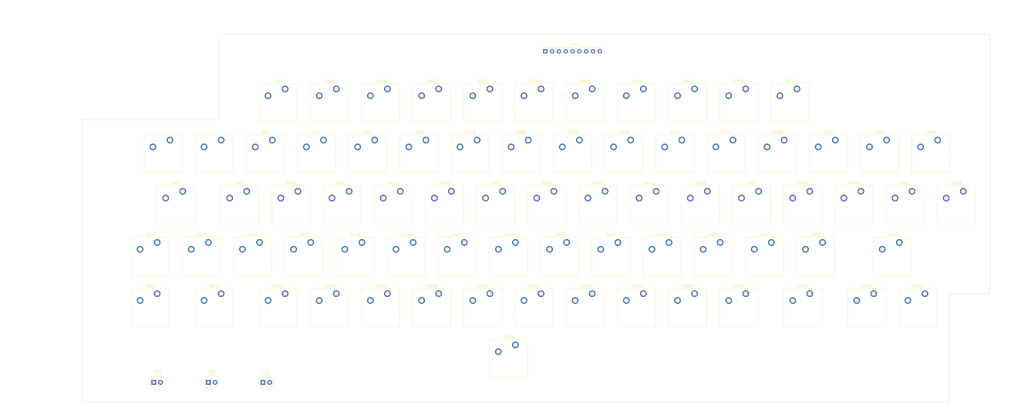
<source format=kicad_pcb>
(kicad_pcb (version 20211014) (generator pcbnew)
  (title_block (title "BBC MX Keyboard") (date "2023-06-24") (rev "0.1") (company "Dossytronics"))
  (layers (0 "F.Cu" signal) (31 "B.Cu" signal) (34 "B.Paste" user) (35 "F.Paste" user) (36 "B.SilkS" user "B.Silkscreen") (37 "F.SilkS" user "F.Silkscreen") (38 "B.Mask" user) (39 "F.Mask" user) (44 "Edge.Cuts" user))
  (net 0 "")
  (net 1 "VCC")
  (net 2 "/Key Matrix/KC_ROW0")
  (net 3 "/Key Matrix/KC_ROW1")
  (net 4 "/Key Matrix/KC_ROW2")
  (net 5 "/Key Matrix/KC_ROW3")
  (net 6 "/Key Matrix/KC_ROW4")
  (net 7 "/Key Matrix/KC_ROW5")
  (net 8 "/Key Matrix/KC_ROW6")
  (net 9 "/Key Matrix/KC_ROW7")
  (net 10 "/Key Matrix/KC_COL0")
  (net 11 "/Key Matrix/KC_COL1")
  (net 12 "/Key Matrix/KC_COL2")
  (net 13 "/Key Matrix/KC_COL3")
  (net 14 "/Key Matrix/KC_COL4")
  (net 15 "/Key Matrix/KC_COL5")
  (net 16 "/Key Matrix/KC_COL6")
  (net 17 "/Key Matrix/KC_COL7")
  (net 18 "/Key Matrix/KC_COL8")
  (net 19 "/Key Matrix/KC_COL9")
  (net 20 "Net-(D1-Pad2)")
  (net 21 "Net-(D2-Pad2)")
  (net 22 "GND")
  (net 23 "/~{RST}")
  (net 24 "Net-(LD1-Pad1)")
  (net 25 "Net-(LD2-Pad1)")
  (net 26 "Net-(LD3-Pad1)")
  (footprint "Switch_Keyboard_Cherry_MX:SW_Cherry_MX_PCB_1.00u" (layer "F.Cu") (at 104.775 158.75)
    (fp_text reference "SW2" (at 0 -8) (layer "F.SilkS"))
    (fp_text value "Q")
    (pad "" np_thru_hole circle locked (at 5.08 0) (size 1.75 1.75) (drill 1.75) (layers *.Cu *.Mask))
    (pad "" np_thru_hole circle locked (at -5.08 0) (size 1.75 1.75) (drill 1.75) (layers *.Cu *.Mask))
    (pad "" np_thru_hole circle locked (at 0 0) (size 4 4) (drill 4) (layers *.Cu *.Mask))
    (pad "1" thru_hole circle locked (at -3.81 -2.54) (size 2.5 2.5) (drill 1.5) (layers *.Cu *.Mask) (net 10 "/Key Matrix/KC_COL0"))
    (pad "2" thru_hole circle locked (at 2.54 -5.08) (size 2.5 2.5) (drill 1.5) (layers *.Cu *.Mask) (net 3 "/Key Matrix/KC_ROW1"))
  )
  (footprint "Switch_Keyboard_Cherry_MX:SW_Cherry_MX_PCB_1.00u" (layer "F.Cu") (at 257.175 158.75)
    (fp_text reference "SW46" (at 0 -8) (layer "F.SilkS"))
    (fp_text value "O")
    (pad "" np_thru_hole circle locked (at 0 0) (size 4 4) (drill 4) (layers *.Cu *.Mask))
    (pad "" np_thru_hole circle locked (at -5.08 0) (size 1.75 1.75) (drill 1.75) (layers *.Cu *.Mask))
    (pad "" np_thru_hole circle locked (at 5.08 0) (size 1.75 1.75) (drill 1.75) (layers *.Cu *.Mask))
    (pad "1" thru_hole circle locked (at -3.81 -2.54) (size 2.5 2.5) (drill 1.5) (layers *.Cu *.Mask) (net 16 "/Key Matrix/KC_COL6"))
    (pad "2" thru_hole circle locked (at 2.54 -5.08) (size 2.5 2.5) (drill 1.5) (layers *.Cu *.Mask) (net 5 "/Key Matrix/KC_ROW3"))
  )
  (footprint "Switch_Keyboard_Cherry_MX:SW_Cherry_MX_PCB_1.00u" (layer "F.Cu") (at 157.1625 196.85)
    (fp_text reference "SW20" (at 0 -8) (layer "F.SilkS"))
    (fp_text value "C")
    (pad "" np_thru_hole circle locked (at -5.08 0) (size 1.75 1.75) (drill 1.75) (layers *.Cu *.Mask))
    (pad "" np_thru_hole circle locked (at 0 0) (size 4 4) (drill 4) (layers *.Cu *.Mask))
    (pad "" np_thru_hole circle locked (at 5.08 0) (size 1.75 1.75) (drill 1.75) (layers *.Cu *.Mask))
    (pad "1" thru_hole circle locked (at -3.81 -2.54) (size 2.5 2.5) (drill 1.5) (layers *.Cu *.Mask) (net 12 "/Key Matrix/KC_COL2"))
    (pad "2" thru_hole circle locked (at 2.54 -5.08) (size 2.5 2.5) (drill 1.5) (layers *.Cu *.Mask) (net 7 "/Key Matrix/KC_ROW5"))
  )
  (footprint "Switch_Keyboard_Cherry_MX:SW_Cherry_MX_PCB_1.00u" (layer "F.Cu") (at 219.075 158.75)
    (fp_text reference "SW39" (at 0 -8) (layer "F.SilkS"))
    (fp_text value "U")
    (pad "" np_thru_hole circle locked (at 5.08 0) (size 1.75 1.75) (drill 1.75) (layers *.Cu *.Mask))
    (pad "" np_thru_hole circle locked (at -5.08 0) (size 1.75 1.75) (drill 1.75) (layers *.Cu *.Mask))
    (pad "" np_thru_hole circle locked (at 0 0) (size 4 4) (drill 4) (layers *.Cu *.Mask))
    (pad "1" thru_hole circle locked (at -3.81 -2.54) (size 2.5 2.5) (drill 1.5) (layers *.Cu *.Mask) (net 15 "/Key Matrix/KC_COL5"))
    (pad "2" thru_hole circle locked (at 2.54 -5.08) (size 2.5 2.5) (drill 1.5) (layers *.Cu *.Mask) (net 5 "/Key Matrix/KC_ROW3"))
  )
  (footprint "Switch_Keyboard_Cherry_MX:SW_Cherry_MX_PCB_1.00u" (layer "F.Cu") (at 195.2625 120.65)
    (fp_text reference "SW30" (at 0 -8) (layer "F.SilkS"))
    (fp_text value "F4")
    (pad "" np_thru_hole circle locked (at 5.08 0) (size 1.75 1.75) (drill 1.75) (layers *.Cu *.Mask))
    (pad "" np_thru_hole circle locked (at -5.08 0) (size 1.75 1.75) (drill 1.75) (layers *.Cu *.Mask))
    (pad "" np_thru_hole circle locked (at 0 0) (size 4 4) (drill 4) (layers *.Cu *.Mask))
    (pad "1" thru_hole circle locked (at -3.81 -2.54) (size 2.5 2.5) (drill 1.5) (layers *.Cu *.Mask) (net 14 "/Key Matrix/KC_COL4"))
    (pad "2" thru_hole circle locked (at 2.54 -5.08) (size 2.5 2.5) (drill 1.5) (layers *.Cu *.Mask) (net 3 "/Key Matrix/KC_ROW1"))
  )
  (footprint "Switch_Keyboard_Cherry_MX:SW_Cherry_MX_PCB_1.00u" (layer "F.Cu") (at 309.5625 120.65)
    (fp_text reference "SW75" (at 0 -8) (layer "F.SilkS"))
    (fp_text value "break")
    (pad "" np_thru_hole circle locked (at 5.08 0) (size 1.75 1.75) (drill 1.75) (layers *.Cu *.Mask))
    (pad "" np_thru_hole circle locked (at -5.08 0) (size 1.75 1.75) (drill 1.75) (layers *.Cu *.Mask))
    (pad "" np_thru_hole circle locked (at 0 0) (size 4 4) (drill 4) (layers *.Cu *.Mask))
    (pad "1" thru_hole circle locked (at -3.81 -2.54) (size 2.5 2.5) (drill 1.5) (layers *.Cu *.Mask) (net 22 "GND"))
    (pad "2" thru_hole circle locked (at 2.54 -5.08) (size 2.5 2.5) (drill 1.5) (layers *.Cu *.Mask) (net 23 "/~{RST}"))
  )
  (footprint "Switch_Keyboard_Cherry_MX:SW_Cherry_MX_PCB_1.00u" (layer "F.Cu") (at 138.1125 196.85)
    (fp_text reference "SW19" (at 0 -8) (layer "F.SilkS"))
    (fp_text value "X")
    (pad "" np_thru_hole circle locked (at 5.08 0) (size 1.75 1.75) (drill 1.75) (layers *.Cu *.Mask))
    (pad "" np_thru_hole circle locked (at -5.08 0) (size 1.75 1.75) (drill 1.75) (layers *.Cu *.Mask))
    (pad "" np_thru_hole circle locked (at 0 0) (size 4 4) (drill 4) (layers *.Cu *.Mask))
    (pad "1" thru_hole circle locked (at -3.81 -2.54) (size 2.5 2.5) (drill 1.5) (layers *.Cu *.Mask) (net 12 "/Key Matrix/KC_COL2"))
    (pad "2" thru_hole circle locked (at 2.54 -5.08) (size 2.5 2.5) (drill 1.5) (layers *.Cu *.Mask) (net 6 "/Key Matrix/KC_ROW4"))
  )
  (footprint "Switch_Keyboard_Cherry_MX:SW_Cherry_MX_PCB_1.00u" (layer "F.Cu") (at 71.4375 177.8)
    (fp_text reference "SW5" (at 0 -8) (layer "F.SilkS"))
    (fp_text value "caps lk")
    (pad "" np_thru_hole circle locked (at 0 0) (size 4 4) (drill 4) (layers *.Cu *.Mask))
    (pad "" np_thru_hole circle locked (at 5.08 0) (size 1.75 1.75) (drill 1.75) (layers *.Cu *.Mask))
    (pad "" np_thru_hole circle locked (at -5.08 0) (size 1.75 1.75) (drill 1.75) (layers *.Cu *.Mask))
    (pad "1" thru_hole circle locked (at -3.81 -2.54) (size 2.5 2.5) (drill 1.5) (layers *.Cu *.Mask) (net 10 "/Key Matrix/KC_COL0"))
    (pad "2" thru_hole circle locked (at 2.54 -5.08) (size 2.5 2.5) (drill 1.5) (layers *.Cu *.Mask) (net 6 "/Key Matrix/KC_ROW4"))
  )
  (footprint "Switch_Keyboard_Cherry_MX:SW_Cherry_MX_PCB_6.50u" (layer "F.Cu") (at 204.7875 215.9)
    (fp_text reference "SW21" (at 0 -8) (layer "F.SilkS"))
    (fp_text value "space")
    (pad "" np_thru_hole circle locked (at 5.08 0) (size 1.75 1.75) (drill 1.75) (layers *.Cu *.Mask))
    (pad "" np_thru_hole circle locked (at 0 0) (size 4 4) (drill 4) (layers *.Cu *.Mask))
    (pad "" np_thru_hole circle locked (at -5.08 0) (size 1.75 1.75) (drill 1.75) (layers *.Cu *.Mask))
    (pad "1" thru_hole circle locked (at -3.81 -2.54) (size 2.5 2.5) (drill 1.5) (layers *.Cu *.Mask) (net 12 "/Key Matrix/KC_COL2"))
    (pad "2" thru_hole circle locked (at 2.54 -5.08) (size 2.5 2.5) (drill 1.5) (layers *.Cu *.Mask) (net 8 "/Key Matrix/KC_ROW6"))
  )
  (footprint "Switch_Keyboard_Cherry_MX:SW_Cherry_MX_PCB_1.50u" (layer "F.Cu") (at 80.9625 158.75)
    (fp_text reference "SW7" (at 0 -8) (layer "F.SilkS"))
    (fp_text value "tab")
    (pad "" np_thru_hole circle locked (at 5.08 0) (size 1.75 1.75) (drill 1.75) (layers *.Cu *.Mask))
    (pad "" np_thru_hole circle locked (at -5.08 0) (size 1.75 1.75) (drill 1.75) (layers *.Cu *.Mask))
    (pad "" np_thru_hole circle locked (at 0 0) (size 4 4) (drill 4) (layers *.Cu *.Mask))
    (pad "1" thru_hole circle locked (at -3.81 -2.54) (size 2.5 2.5) (drill 1.5) (layers *.Cu *.Mask) (net 10 "/Key Matrix/KC_COL0"))
    (pad "2" thru_hole circle locked (at 2.54 -5.08) (size 2.5 2.5) (drill 1.5) (layers *.Cu *.Mask) (net 8 "/Key Matrix/KC_ROW6"))
  )
  (footprint "Switch_Keyboard_Cherry_MX:SW_Cherry_MX_PCB_1.00u" (layer "F.Cu") (at 261.9375 177.8)
    (fp_text reference "SW48" (at 0 -8) (layer "F.SilkS"))
    (fp_text value "L")
    (pad "" np_thru_hole circle locked (at -5.08 0) (size 1.75 1.75) (drill 1.75) (layers *.Cu *.Mask))
    (pad "" np_thru_hole circle locked (at 5.08 0) (size 1.75 1.75) (drill 1.75) (layers *.Cu *.Mask))
    (pad "" np_thru_hole circle locked (at 0 0) (size 4 4) (drill 4) (layers *.Cu *.Mask))
    (pad "1" thru_hole circle locked (at -3.81 -2.54) (size 2.5 2.5) (drill 1.5) (layers *.Cu *.Mask) (net 16 "/Key Matrix/KC_COL6"))
    (pad "2" thru_hole circle locked (at 2.54 -5.08) (size 2.5 2.5) (drill 1.5) (layers *.Cu *.Mask) (net 7 "/Key Matrix/KC_ROW5"))
  )
  (footprint "Switch_Keyboard_Cherry_MX:SW_Cherry_MX_PCB_1.00u" (layer "F.Cu") (at 233.3625 196.85)
    (fp_text reference "SW42" (at 0 -8) (layer "F.SilkS"))
    (fp_text value "M")
    (pad "" np_thru_hole circle locked (at -5.08 0) (size 1.75 1.75) (drill 1.75) (layers *.Cu *.Mask))
    (pad "" np_thru_hole circle locked (at 0 0) (size 4 4) (drill 4) (layers *.Cu *.Mask))
    (pad "" np_thru_hole circle locked (at 5.08 0) (size 1.75 1.75) (drill 1.75) (layers *.Cu *.Mask))
    (pad "1" thru_hole circle locked (at -3.81 -2.54) (size 2.5 2.5) (drill 1.5) (layers *.Cu *.Mask) (net 15 "/Key Matrix/KC_COL5"))
    (pad "2" thru_hole circle locked (at 2.54 -5.08) (size 2.5 2.5) (drill 1.5) (layers *.Cu *.Mask) (net 8 "/Key Matrix/KC_ROW6"))
  )
  (footprint "Switch_Keyboard_Cherry_MX:SW_Cherry_MX_PCB_1.00u" (layer "F.Cu") (at 109.5375 177.8)
    (fp_text reference "SW12" (at 0 -8) (layer "F.SilkS"))
    (fp_text value "A")
    (pad "" np_thru_hole circle locked (at 0 0) (size 4 4) (drill 4) (layers *.Cu *.Mask))
    (pad "" np_thru_hole circle locked (at -5.08 0) (size 1.75 1.75) (drill 1.75) (layers *.Cu *.Mask))
    (pad "" np_thru_hole circle locked (at 5.08 0) (size 1.75 1.75) (drill 1.75) (layers *.Cu *.Mask))
    (pad "1" thru_hole circle locked (at -3.81 -2.54) (size 2.5 2.5) (drill 1.5) (layers *.Cu *.Mask) (net 11 "/Key Matrix/KC_COL1"))
    (pad "2" thru_hole circle locked (at 2.54 -5.08) (size 2.5 2.5) (drill 1.5) (layers *.Cu *.Mask) (net 6 "/Key Matrix/KC_ROW4"))
  )
  (footprint "Switch_Keyboard_Cherry_MX:SW_Cherry_MX_PCB_1.00u" (layer "F.Cu") (at 223.8375 177.8)
    (fp_text reference "SW40" (at 0 -8) (layer "F.SilkS"))
    (fp_text value "J")
    (pad "" np_thru_hole circle locked (at 5.08 0) (size 1.75 1.75) (drill 1.75) (layers *.Cu *.Mask))
    (pad "" np_thru_hole circle locked (at 0 0) (size 4 4) (drill 4) (layers *.Cu *.Mask))
    (pad "" np_thru_hole circle locked (at -5.08 0) (size 1.75 1.75) (drill 1.75) (layers *.Cu *.Mask))
    (pad "1" thru_hole circle locked (at -3.81 -2.54) (size 2.5 2.5) (drill 1.5) (layers *.Cu *.Mask) (net 15 "/Key Matrix/KC_COL5"))
    (pad "2" thru_hole circle locked (at 2.54 -5.08) (size 2.5 2.5) (drill 1.5) (layers *.Cu *.Mask) (net 6 "/Key Matrix/KC_ROW4"))
  )
  (footprint "Switch_Keyboard_Cherry_MX:SW_Cherry_MX_PCB_1.00u" (layer "F.Cu") (at 190.5 139.7)
    (fp_text reference "SW32" (at 38.1 -8) (layer "F.SilkS"))
    (fp_text value "6")
    (pad "" np_thru_hole circle locked (at 5.08 0) (size 1.75 1.75) (drill 1.75) (layers *.Cu *.Mask))
    (pad "" np_thru_hole circle locked (at 0 0) (size 4 4) (drill 4) (layers *.Cu *.Mask))
    (pad "" np_thru_hole circle locked (at -5.08 0) (size 1.75 1.75) (drill 1.75) (layers *.Cu *.Mask))
    (pad "1" thru_hole circle locked (at -3.81 -2.54) (size 2.5 2.5) (drill 1.5) (layers *.Cu *.Mask) (net 14 "/Key Matrix/KC_COL4"))
    (pad "2" thru_hole circle locked (at 2.54 -5.08) (size 2.5 2.5) (drill 1.5) (layers *.Cu *.Mask) (net 5 "/Key Matrix/KC_ROW3"))
  )
  (footprint "Switch_Keyboard_Cherry_MX:SW_Cherry_MX_PCB_1.00u" (layer "F.Cu") (at 300.0375 177.8)
    (fp_text reference "SW61" (at 0 -8) (layer "F.SilkS"))
    (fp_text value "*:")
    (pad "" np_thru_hole circle locked (at -5.08 0) (size 1.75 1.75) (drill 1.75) (layers *.Cu *.Mask))
    (pad "" np_thru_hole circle locked (at 0 0) (size 4 4) (drill 4) (layers *.Cu *.Mask))
    (pad "" np_thru_hole circle locked (at 5.08 0) (size 1.75 1.75) (drill 1.75) (layers *.Cu *.Mask))
    (pad "1" thru_hole circle locked (at -3.81 -2.54) (size 2.5 2.5) (drill 1.5) (layers *.Cu *.Mask) (net 18 "/Key Matrix/KC_COL8"))
    (pad "2" thru_hole circle locked (at 2.54 -5.08) (size 2.5 2.5) (drill 1.5) (layers *.Cu *.Mask) (net 6 "/Key Matrix/KC_ROW4"))
  )
  (footprint "Switch_Keyboard_Cherry_MX:SW_Cherry_MX_PCB_1.00u" (layer "F.Cu") (at 214.3125 120.65)
    (fp_text reference "SW29" (at 0 -8) (layer "F.SilkS"))
    (fp_text value "f5")
    (pad "" np_thru_hole circle locked (at 5.08 0) (size 1.75 1.75) (drill 1.75) (layers *.Cu *.Mask))
    (pad "" np_thru_hole circle locked (at -5.08 0) (size 1.75 1.75) (drill 1.75) (layers *.Cu *.Mask))
    (pad "" np_thru_hole circle locked (at 0 0) (size 4 4) (drill 4) (layers *.Cu *.Mask))
    (pad "1" thru_hole circle locked (at -3.81 -2.54) (size 2.5 2.5) (drill 1.5) (layers *.Cu *.Mask) (net 14 "/Key Matrix/KC_COL4"))
    (pad "2" thru_hole circle locked (at 2.54 -5.08) (size 2.5 2.5) (drill 1.5) (layers *.Cu *.Mask) (net 9 "/Key Matrix/KC_ROW7"))
  )
  (footprint "Switch_Keyboard_Cherry_MX:SW_Cherry_MX_PCB_1.00u" (layer "F.Cu") (at 285.75 139.7)
    (fp_text reference "SW51" (at 0 -8) (layer "F.SilkS"))
    (fp_text value "=-")
    (pad "" np_thru_hole circle locked (at 0 0) (size 4 4) (drill 4) (layers *.Cu *.Mask))
    (pad "" np_thru_hole circle locked (at 5.08 0) (size 1.75 1.75) (drill 1.75) (layers *.Cu *.Mask))
    (pad "" np_thru_hole circle locked (at -5.08 0) (size 1.75 1.75) (drill 1.75) (layers *.Cu *.Mask))
    (pad "1" thru_hole circle locked (at -3.81 -2.54) (size 2.5 2.5) (drill 1.5) (layers *.Cu *.Mask) (net 17 "/Key Matrix/KC_COL7"))
    (pad "2" thru_hole circle locked (at 2.54 -5.08) (size 2.5 2.5) (drill 1.5) (layers *.Cu *.Mask) (net 3 "/Key Matrix/KC_ROW1"))
  )
  (footprint "Switch_Keyboard_Cherry_MX:SW_Cherry_MX_PCB_1.00u" (layer "F.Cu") (at 280.9875 177.8)
    (fp_text reference "SW55" (at 0 -8) (layer "F.SilkS"))
    (fp_text value ";+")
    (pad "" np_thru_hole circle locked (at -5.08 0) (size 1.75 1.75) (drill 1.75) (layers *.Cu *.Mask))
    (pad "" np_thru_hole circle locked (at 5.08 0) (size 1.75 1.75) (drill 1.75) (layers *.Cu *.Mask))
    (pad "" np_thru_hole circle locked (at 0 0) (size 4 4) (drill 4) (layers *.Cu *.Mask))
    (pad "1" thru_hole circle locked (at -3.81 -2.54) (size 2.5 2.5) (drill 1.5) (layers *.Cu *.Mask) (net 17 "/Key Matrix/KC_COL7"))
    (pad "2" thru_hole circle locked (at 2.54 -5.08) (size 2.5 2.5) (drill 1.5) (layers *.Cu *.Mask) (net 7 "/Key Matrix/KC_ROW5"))
  )
  (footprint "Switch_Keyboard_Cherry_MX:SW_Cherry_MX_PCB_1.00u" (layer "F.Cu") (at 242.8875 177.8)
    (fp_text reference "SW47" (at 0 -8) (layer "F.SilkS"))
    (fp_text value "K")
    (pad "" np_thru_hole circle locked (at 0 0) (size 4 4) (drill 4) (layers *.Cu *.Mask))
    (pad "" np_thru_hole circle locked (at -5.08 0) (size 1.75 1.75) (drill 1.75) (layers *.Cu *.Mask))
    (pad "" np_thru_hole circle locked (at 5.08 0) (size 1.75 1.75) (drill 1.75) (layers *.Cu *.Mask))
    (pad "1" thru_hole circle locked (at -3.81 -2.54) (size 2.5 2.5) (drill 1.5) (layers *.Cu *.Mask) (net 16 "/Key Matrix/KC_COL6"))
    (pad "2" thru_hole circle locked (at 2.54 -5.08) (size 2.5 2.5) (drill 1.5) (layers *.Cu *.Mask) (net 6 "/Key Matrix/KC_ROW4"))
  )
  (footprint "Switch_Keyboard_Cherry_MX:SW_Cherry_MX_PCB_1.00u" (layer "F.Cu") (at 290.5125 120.65)
    (fp_text reference "SW50" (at 0 -8) (layer "F.SilkS"))
    (fp_text value "f9")
    (pad "" np_thru_hole circle locked (at -5.08 0) (size 1.75 1.75) (drill 1.75) (layers *.Cu *.Mask))
    (pad "" np_thru_hole circle locked (at 5.08 0) (size 1.75 1.75) (drill 1.75) (layers *.Cu *.Mask))
    (pad "" np_thru_hole circle locked (at 0 0) (size 4 4) (drill 4) (layers *.Cu *.Mask))
    (pad "1" thru_hole circle locked (at -3.81 -2.54) (size 2.5 2.5) (drill 1.5) (layers *.Cu *.Mask) (net 17 "/Key Matrix/KC_COL7"))
    (pad "2" thru_hole circle locked (at 2.54 -5.08) (size 2.5 2.5) (drill 1.5) (layers *.Cu *.Mask) (net 9 "/Key Matrix/KC_ROW7"))
  )
  (footprint "Switch_Keyboard_Cherry_MX:SW_Cherry_MX_PCB_1.00u" (layer "F.Cu") (at 95.25 139.7)
    (fp_text reference "SW4" (at 38.1 -8) (layer "F.SilkS"))
    (fp_text value "1")
    (pad "" np_thru_hole circle locked (at 0 0) (size 4 4) (drill 4) (layers *.Cu *.Mask))
    (pad "" np_thru_hole circle locked (at -5.08 0) (size 1.75 1.75) (drill 1.75) (layers *.Cu *.Mask))
    (pad "" np_thru_hole circle locked (at 5.08 0) (size 1.75 1.75) (drill 1.75) (layers *.Cu *.Mask))
    (pad "1" thru_hole circle locked (at -3.81 -2.54) (size 2.5 2.5) (drill 1.5) (layers *.Cu *.Mask) (net 10 "/Key Matrix/KC_COL0"))
    (pad "2" thru_hole circle locked (at 2.54 -5.08) (size 2.5 2.5) (drill 1.5) (layers *.Cu *.Mask) (net 5 "/Key Matrix/KC_ROW3"))
  )
  (footprint "Switch_Keyboard_Cherry_MX:SW_Cherry_MX_PCB_1.00u" (layer "F.Cu") (at 352.425 158.75)
    (fp_text reference "SW67" (at 0 -8) (layer "F.SilkS"))
    (fp_text value "up")
    (pad "" np_thru_hole circle locked (at -5.08 0) (size 1.75 1.75) (drill 1.75) (layers *.Cu *.Mask))
    (pad "" np_thru_hole circle locked (at 0 0) (size 4 4) (drill 4) (layers *.Cu *.Mask))
    (pad "" np_thru_hole circle locked (at 5.08 0) (size 1.75 1.75) (drill 1.75) (layers *.Cu *.Mask))
    (pad "1" thru_hole circle locked (at -3.81 -2.54) (size 2.5 2.5) (drill 1.5) (layers *.Cu *.Mask) (net 19 "/Key Matrix/KC_COL9"))
    (pad "2" thru_hole circle locked (at 2.54 -5.08) (size 2.5 2.5) (drill 1.5) (layers *.Cu *.Mask) (net 5 "/Key Matrix/KC_ROW3"))
  )
  (footprint "Switch_Keyboard_Cherry_MX:SW_Cherry_MX_PCB_1.50u" (layer "F.Cu") (at 95.25 196.85)
    (fp_text reference "SW72" (at 0 -8) (layer "F.SilkS"))
    (fp_text value "shift")
    (pad "" np_thru_hole circle locked (at 0 0) (size 4 4) (drill 4) (layers *.Cu *.Mask))
    (pad "" np_thru_hole circle locked (at 5.08 0) (size 1.75 1.75) (drill 1.75) (layers *.Cu *.Mask))
    (pad "" np_thru_hole circle locked (at -5.08 0) (size 1.75 1.75) (drill 1.75) (layers *.Cu *.Mask))
    (pad "1" thru_hole circle locked (at -3.81 -2.54) (size 2.5 2.5) (drill 1.5) (layers *.Cu *.Mask) (net 20 "Net-(D1-Pad2)"))
    (pad "2" thru_hole circle locked (at 2.54 -5.08) (size 2.5 2.5) (drill 1.5) (layers *.Cu *.Mask) (net 2 "/Key Matrix/KC_ROW0"))
  )
  (footprint "Switch_Keyboard_Cherry_MX:SW_Cherry_MX_PCB_1.00u" (layer "F.Cu") (at 176.2125 196.85)
    (fp_text reference "SW28" (at 0 -8) (layer "F.SilkS"))
    (fp_text value "V")
    (pad "" np_thru_hole circle locked (at 0 0) (size 4 4) (drill 4) (layers *.Cu *.Mask))
    (pad "" np_thru_hole circle locked (at 5.08 0) (size 1.75 1.75) (drill 1.75) (layers *.Cu *.Mask))
    (pad "" np_thru_hole circle locked (at -5.08 0) (size 1.75 1.75) (drill 1.75) (layers *.Cu *.Mask))
    (pad "1" thru_hole circle locked (at -3.81 -2.54) (size 2.5 2.5) (drill 1.5) (layers *.Cu *.Mask) (net 13 "/Key Matrix/KC_COL3"))
    (pad "2" thru_hole circle locked (at 2.54 -5.08) (size 2.5 2.5) (drill 1.5) (layers *.Cu *.Mask) (net 8 "/Key Matrix/KC_ROW6"))
  )
  (footprint "Switch_Keyboard_Cherry_MX:SW_Cherry_MX_PCB_1.00u" (layer "F.Cu") (at 157.1625 120.65)
    (fp_text reference "SW15" (at 0 -8) (layer "F.SilkS"))
    (fp_text value "f2")
    (pad "" np_thru_hole circle locked (at 0 0) (size 4 4) (drill 4) (layers *.Cu *.Mask))
    (pad "" np_thru_hole circle locked (at 5.08 0) (size 1.75 1.75) (drill 1.75) (layers *.Cu *.Mask))
    (pad "" np_thru_hole circle locked (at -5.08 0) (size 1.75 1.75) (drill 1.75) (layers *.Cu *.Mask))
    (pad "1" thru_hole circle locked (at -3.81 -2.54) (size 2.5 2.5) (drill 1.5) (layers *.Cu *.Mask) (net 12 "/Key Matrix/KC_COL2"))
    (pad "2" thru_hole circle locked (at 2.54 -5.08) (size 2.5 2.5) (drill 1.5) (layers *.Cu *.Mask) (net 9 "/Key Matrix/KC_ROW7"))
  )
  (footprint "Switch_Keyboard_Cherry_MX:SW_Cherry_MX_PCB_1.00u" (layer "F.Cu") (at 214.3125 196.85)
    (fp_text reference "SW41" (at 0 -8) (layer "F.SilkS"))
    (fp_text value "N")
    (pad "" np_thru_hole circle locked (at -5.08 0) (size 1.75 1.75) (drill 1.75) (layers *.Cu *.Mask))
    (pad "" np_thru_hole circle locked (at 0 0) (size 4 4) (drill 4) (layers *.Cu *.Mask))
    (pad "" np_thru_hole circle locked (at 5.08 0) (size 1.75 1.75) (drill 1.75) (layers *.Cu *.Mask))
    (pad "1" thru_hole circle locked (at -3.81 -2.54) (size 2.5 2.5) (drill 1.5) (layers *.Cu *.Mask) (net 15 "/Key Matrix/KC_COL5"))
    (pad "2" thru_hole circle locked (at 2.54 -5.08) (size 2.5 2.5) (drill 1.5) (layers *.Cu *.Mask) (net 7 "/Key Matrix/KC_ROW5"))
  )
  (footprint "Switch_Keyboard_Cherry_MX:SW_Cherry_MX_PCB_1.00u" (layer "F.Cu") (at 166.6875 177.8)
    (fp_text reference "SW26" (at 0 -8) (layer "F.SilkS"))
    (fp_text value "F")
    (pad "" np_thru_hole circle locked (at 0 0) (size 4 4) (drill 4) (layers *.Cu *.Mask))
    (pad "" np_thru_hole circle locked (at -5.08 0) (size 1.75 1.75) (drill 1.75) (layers *.Cu *.Mask))
    (pad "" np_thru_hole circle locked (at 5.08 0) (size 1.75 1.75) (drill 1.75) (layers *.Cu *.Mask))
    (pad "1" thru_hole circle locked (at -3.81 -2.54) (size 2.5 2.5) (drill 1.5) (layers *.Cu *.Mask) (net 13 "/Key Matrix/KC_COL3"))
    (pad "2" thru_hole circle locked (at 2.54 -5.08) (size 2.5 2.5) (drill 1.5) (layers *.Cu *.Mask) (net 6 "/Key Matrix/KC_ROW4"))
  )
  (footprint "Switch_Keyboard_Cherry_MX:SW_Cherry_MX_PCB_1.00u" (layer "F.Cu") (at 247.65 139.7)
    (fp_text reference "SW38" (at 0 -8) (layer "F.SilkS"))
    (fp_text value "9")
    (pad "" np_thru_hole circle locked (at -5.08 0) (size 1.75 1.75) (drill 1.75) (layers *.Cu *.Mask))
    (pad "" np_thru_hole circle locked (at 0 0) (size 4 4) (drill 4) (layers *.Cu *.Mask))
    (pad "" np_thru_hole circle locked (at 5.08 0) (size 1.75 1.75) (drill 1.75) (layers *.Cu *.Mask))
    (pad "1" thru_hole circle locked (at -3.81 -2.54) (size 2.5 2.5) (drill 1.5) (layers *.Cu *.Mask) (net 15 "/Key Matrix/KC_COL5"))
    (pad "2" thru_hole circle locked (at 2.54 -5.08) (size 2.5 2.5) (drill 1.5) (layers *.Cu *.Mask) (net 4 "/Key Matrix/KC_ROW2"))
  )
  (footprint "Switch_Keyboard_Cherry_MX:SW_Cherry_MX_PCB_1.00u" (layer "F.Cu") (at 233.3625 120.65)
    (fp_text reference "SW36" (at 0 -8) (layer "F.SilkS"))
    (fp_text value "f6")
    (pad "" np_thru_hole circle locked (at -5.08 0) (size 1.75 1.75) (drill 1.75) (layers *.Cu *.Mask))
    (pad "" np_thru_hole circle locked (at 5.08 0) (size 1.75 1.75) (drill 1.75) (layers *.Cu *.Mask))
    (pad "" np_thru_hole circle locked (at 0 0) (size 4 4) (drill 4) (layers *.Cu *.Mask))
    (pad "1" thru_hole circle locked (at -3.81 -2.54) (size 2.5 2.5) (drill 1.5) (layers *.Cu *.Mask) (net 15 "/Key Matrix/KC_COL5"))
    (pad "2" thru_hole circle locked (at 2.54 -5.08) (size 2.5 2.5) (drill 1.5) (layers *.Cu *.Mask) (net 9 "/Key Matrix/KC_ROW7"))
  )
  (footprint "Switch_Keyboard_Cherry_MX:SW_Cherry_MX_PCB_1.00u" (layer "F.Cu") (at 133.35 139.7)
    (fp_text reference "SW9" (at 38.1 -8) (layer "F.SilkS"))
    (fp_text value "3")
    (pad "" np_thru_hole circle locked (at 5.08 0) (size 1.75 1.75) (drill 1.75) (layers *.Cu *.Mask))
    (pad "" np_thru_hole circle locked (at 0 0) (size 4 4) (drill 4) (layers *.Cu *.Mask))
    (pad "" np_thru_hole circle locked (at -5.08 0) (size 1.75 1.75) (drill 1.75) (layers *.Cu *.Mask))
    (pad "1" thru_hole circle locked (at -3.81 -2.54) (size 2.5 2.5) (drill 1.5) (layers *.Cu *.Mask) (net 11 "/Key Matrix/KC_COL1"))
    (pad "2" thru_hole circle locked (at 2.54 -5.08) (size 2.5 2.5) (drill 1.5) (layers *.Cu *.Mask) (net 3 "/Key Matrix/KC_ROW1"))
  )
  (footprint "Switch_Keyboard_Cherry_MX:SW_Cherry_MX_PCB_1.00u" (layer "F.Cu") (at 161.925 158.75)
    (fp_text reference "SW25" (at 0 -8) (layer "F.SilkS"))
    (fp_text value "R")
    (pad "" np_thru_hole circle locked (at -5.08 0) (size 1.75 1.75) (drill 1.75) (layers *.Cu *.Mask))
    (pad "" np_thru_hole circle locked (at 0 0) (size 4 4) (drill 4) (layers *.Cu *.Mask))
    (pad "" np_thru_hole circle locked (at 5.08 0) (size 1.75 1.75) (drill 1.75) (layers *.Cu *.Mask))
    (pad "1" thru_hole circle locked (at -3.81 -2.54) (size 2.5 2.5) (drill 1.5) (layers *.Cu *.Mask) (net 13 "/Key Matrix/KC_COL3"))
    (pad "2" thru_hole circle locked (at 2.54 -5.08) (size 2.5 2.5) (drill 1.5) (layers *.Cu *.Mask) (net 5 "/Key Matrix/KC_ROW3"))
  )
  (footprint "Switch_Keyboard_Cherry_MX:SW_Cherry_MX_PCB_1.00u" (layer "F.Cu") (at 323.85 139.7)
    (fp_text reference "SW57" (at 0 -8) (layer "F.SilkS"))
    (fp_text value "\\|")
    (pad "" np_thru_hole circle locked (at 5.08 0) (size 1.75 1.75) (drill 1.75) (layers *.Cu *.Mask))
    (pad "" np_thru_hole circle locked (at 0 0) (size 4 4) (drill 4) (layers *.Cu *.Mask))
    (pad "" np_thru_hole circle locked (at -5.08 0) (size 1.75 1.75) (drill 1.75) (layers *.Cu *.Mask))
    (pad "1" thru_hole circle locked (at -3.81 -2.54) (size 2.5 2.5) (drill 1.5) (layers *.Cu *.Mask) (net 18 "/Key Matrix/KC_COL8"))
    (pad "2" thru_hole circle locked (at 2.54 -5.08) (size 2.5 2.5) (drill 1.5) (layers *.Cu *.Mask) (net 9 "/Key Matrix/KC_ROW7"))
  )
  (footprint "Switch_Keyboard_Cherry_MX:SW_Cherry_MX_PCB_1.00u" (layer "F.Cu") (at 123.825 158.75)
    (fp_text reference "SW10" (at 0 -8) (layer "F.SilkS"))
    (fp_text value "W")
    (pad "" np_thru_hole circle locked (at 5.08 0) (size 1.75 1.75) (drill 1.75) (layers *.Cu *.Mask))
    (pad "" np_thru_hole circle locked (at 0 0) (size 4 4) (drill 4) (layers *.Cu *.Mask))
    (pad "" np_thru_hole circle locked (at -5.08 0) (size 1.75 1.75) (drill 1.75) (layers *.Cu *.Mask))
    (pad "1" thru_hole circle locked (at -3.81 -2.54) (size 2.5 2.5) (drill 1.5) (layers *.Cu *.Mask) (net 11 "/Key Matrix/KC_COL1"))
    (pad "2" thru_hole circle locked (at 2.54 -5.08) (size 2.5 2.5) (drill 1.5) (layers *.Cu *.Mask) (net 4 "/Key Matrix/KC_ROW2"))
  )
  (footprint "Switch_Keyboard_Cherry_MX:SW_Cherry_MX_PCB_1.00u" (layer "F.Cu") (at 338.1375 196.85)
    (fp_text reference "SW69" (at 0 -8) (layer "F.SilkS"))
    (fp_text value "delete")
    (pad "" np_thru_hole circle locked (at 5.08 0) (size 1.75 1.75) (drill 1.75) (layers *.Cu *.Mask))
    (pad "" np_thru_hole circle locked (at -5.08 0) (size 1.75 1.75) (drill 1.75) (layers *.Cu *.Mask))
    (pad "" np_thru_hole circle locked (at 0 0) (size 4 4) (drill 4) (layers *.Cu *.Mask))
    (pad "1" thru_hole circle locked (at -3.81 -2.54) (size 2.5 2.5) (drill 1.5) (layers *.Cu *.Mask) (net 19 "/Key Matrix/KC_COL9"))
    (pad "2" thru_hole circle locked (at 2.54 -5.08) (size 2.5 2.5) (drill 1.5) (layers *.Cu *.Mask) (net 7 "/Key Matrix/KC_ROW5"))
  )
  (footprint "Switch_Keyboard_Cherry_MX:SW_Cherry_MX_PCB_1.00u" (layer "F.Cu") (at 128.5875 177.8)
    (fp_text reference "SW13" (at 0 -8) (layer "F.SilkS"))
    (fp_text value "S")
    (pad "" np_thru_hole circle locked (at 5.08 0) (size 1.75 1.75) (drill 1.75) (layers *.Cu *.Mask))
    (pad "" np_thru_hole circle locked (at 0 0) (size 4 4) (drill 4) (layers *.Cu *.Mask))
    (pad "" np_thru_hole circle locked (at -5.08 0) (size 1.75 1.75) (drill 1.75) (layers *.Cu *.Mask))
    (pad "1" thru_hole circle locked (at -3.81 -2.54) (size 2.5 2.5) (drill 1.5) (layers *.Cu *.Mask) (net 11 "/Key Matrix/KC_COL1"))
    (pad "2" thru_hole circle locked (at 2.54 -5.08) (size 2.5 2.5) (drill 1.5) (layers *.Cu *.Mask) (net 7 "/Key Matrix/KC_ROW5"))
  )
  (footprint "Switch_Keyboard_Cherry_MX:SW_Cherry_MX_PCB_1.00u" (layer "F.Cu") (at 71.4375 196.85)
    (fp_text reference "SW6" (at 0 -8) (layer "F.SilkS"))
    (fp_text value "shift lk")
    (pad "" np_thru_hole circle locked (at 0 0) (size 4 4) (drill 4) (layers *.Cu *.Mask))
    (pad "" np_thru_hole circle locked (at -5.08 0) (size 1.75 1.75) (drill 1.75) (layers *.Cu *.Mask))
    (pad "" np_thru_hole circle locked (at 5.08 0) (size 1.75 1.75) (drill 1.75) (layers *.Cu *.Mask))
    (pad "1" thru_hole circle locked (at -3.81 -2.54) (size 2.5 2.5) (drill 1.5) (layers *.Cu *.Mask) (net 10 "/Key Matrix/KC_COL0"))
    (pad "2" thru_hole circle locked (at 2.54 -5.08) (size 2.5 2.5) (drill 1.5) (layers *.Cu *.Mask) (net 7 "/Key Matrix/KC_ROW5"))
  )
  (footprint "Switch_Keyboard_Cherry_MX:SW_Cherry_MX_PCB_1.00u" (layer "F.Cu") (at 333.375 158.75)
    (fp_text reference "SW59" (at 0 -8) (layer "F.SilkS"))
    (fp_text value "_£")
    (pad "" np_thru_hole circle locked (at -5.08 0) (size 1.75 1.75) (drill 1.75) (layers *.Cu *.Mask))
    (pad "" np_thru_hole circle locked (at 0 0) (size 4 4) (drill 4) (layers *.Cu *.Mask))
    (pad "" np_thru_hole circle locked (at 5.08 0) (size 1.75 1.75) (drill 1.75) (layers *.Cu *.Mask))
    (pad "1" thru_hole circle locked (at -3.81 -2.54) (size 2.5 2.5) (drill 1.5) (layers *.Cu *.Mask) (net 18 "/Key Matrix/KC_COL8"))
    (pad "2" thru_hole circle locked (at 2.54 -5.08) (size 2.5 2.5) (drill 1.5) (layers *.Cu *.Mask) (net 4 "/Key Matrix/KC_ROW2"))
  )
  (footprint "Switch_Keyboard_Cherry_MX:SW_Cherry_MX_PCB_1.00u" (layer "F.Cu") (at 200.025 158.75)
    (fp_text reference "SW33" (at 0 -8) (layer "F.SilkS"))
    (fp_text value "Y")
    (pad "" np_thru_hole circle locked (at 0 0) (size 4 4) (drill 4) (layers *.Cu *.Mask))
    (pad "" np_thru_hole circle locked (at -5.08 0) (size 1.75 1.75) (drill 1.75) (layers *.Cu *.Mask))
    (pad "" np_thru_hole circle locked (at 5.08 0) (size 1.75 1.75) (drill 1.75) (layers *.Cu *.Mask))
    (pad "1" thru_hole circle locked (at -3.81 -2.54) (size 2.5 2.5) (drill 1.5) (layers *.Cu *.Mask) (net 14 "/Key Matrix/KC_COL4"))
    (pad "2" thru_hole circle locked (at 2.54 -5.08) (size 2.5 2.5) (drill 1.5) (layers *.Cu *.Mask) (net 6 "/Key Matrix/KC_ROW4"))
  )
  (footprint "Switch_Keyboard_Cherry_MX:SW_Cherry_MX_PCB_1.00u" (layer "F.Cu") (at 357.1875 196.85)
    (fp_text reference "SW70" (at 0 -8) (layer "F.SilkS"))
    (fp_text value "copy")
    (pad "" np_thru_hole circle locked (at 0 0) (size 4 4) (drill 4) (layers *.Cu *.Mask))
    (pad "" np_thru_hole circle locked (at 5.08 0) (size 1.75 1.75) (drill 1.75) (layers *.Cu *.Mask))
    (pad "" np_thru_hole circle locked (at -5.08 0) (size 1.75 1.75) (drill 1.75) (layers *.Cu *.Mask))
    (pad "1" thru_hole circle locked (at -3.81 -2.54) (size 2.5 2.5) (drill 1.5) (layers *.Cu *.Mask) (net 19 "/Key Matrix/KC_COL9"))
    (pad "2" thru_hole circle locked (at 2.54 -5.08) (size 2.5 2.5) (drill 1.5) (layers *.Cu *.Mask) (net 8 "/Key Matrix/KC_ROW6"))
  )
  (footprint "Switch_Keyboard_Cherry_MX:SW_Cherry_MX_PCB_1.00u" (layer "F.Cu") (at 152.4 139.7)
    (fp_text reference "SW16" (at 38.1 -8) (layer "F.SilkS"))
    (fp_text value "4")
    (pad "" np_thru_hole circle locked (at 0 0) (size 4 4) (drill 4) (layers *.Cu *.Mask))
    (pad "" np_thru_hole circle locked (at 5.08 0) (size 1.75 1.75) (drill 1.75) (layers *.Cu *.Mask))
    (pad "" np_thru_hole circle locked (at -5.08 0) (size 1.75 1.75) (drill 1.75) (layers *.Cu *.Mask))
    (pad "1" thru_hole circle locked (at -3.81 -2.54) (size 2.5 2.5) (drill 1.5) (layers *.Cu *.Mask) (net 12 "/Key Matrix/KC_COL2"))
    (pad "2" thru_hole circle locked (at 2.54 -5.08) (size 2.5 2.5) (drill 1.5) (layers *.Cu *.Mask) (net 3 "/Key Matrix/KC_ROW1"))
  )
  (footprint "LED_THT:LED_D5.0mm" (layer "F.Cu") (at 72.7025 224.79)
    (fp_text reference "LD3" (at 1.27 -3.96) (layer "F.SilkS"))
    (fp_text value "CAS")
    (pad "1" thru_hole rect (at 0 0) (size 1.8 1.8) (drill 0.9) (layers *.Cu *.Mask) (net 26 "Net-(LD3-Pad1)"))
    (pad "2" thru_hole circle (at 2.54 0) (size 1.8 1.8) (drill 0.9) (layers *.Cu *.Mask) (net 1 "VCC"))
  )
  (footprint "Switch_Keyboard_Cherry_MX:SW_Cherry_MX_PCB_1.00u" (layer "F.Cu") (at 76.2 139.7)
    (fp_text reference "SW1" (at 38.1 -8) (layer "F.SilkS"))
    (fp_text value "escape")
    (pad "" np_thru_hole circle locked (at -5.08 0) (size 1.75 1.75) (drill 1.75) (layers *.Cu *.Mask))
    (pad "" np_thru_hole circle locked (at 0 0) (size 4 4) (drill 4) (layers *.Cu *.Mask))
    (pad "" np_thru_hole circle locked (at 5.08 0) (size 1.75 1.75) (drill 1.75) (layers *.Cu *.Mask))
    (pad "1" thru_hole circle locked (at -3.81 -2.54) (size 2.5 2.5) (drill 1.5) (layers *.Cu *.Mask) (net 10 "/Key Matrix/KC_COL0"))
    (pad "2" thru_hole circle locked (at 2.54 -5.08) (size 2.5 2.5) (drill 1.5) (layers *.Cu *.Mask) (net 9 "/Key Matrix/KC_ROW7"))
  )
  (footprint "Switch_Keyboard_Cherry_MX:SW_Cherry_MX_PCB_1.00u" (layer "F.Cu") (at 180.975 158.75)
    (fp_text reference "SW24" (at 0 -8) (layer "F.SilkS"))
    (fp_text value "T")
    (pad "" np_thru_hole circle locked (at 5.08 0) (size 1.75 1.75) (drill 1.75) (layers *.Cu *.Mask))
    (pad "" np_thru_hole circle locked (at -5.08 0) (size 1.75 1.75) (drill 1.75) (layers *.Cu *.Mask))
    (pad "" np_thru_hole circle locked (at 0 0) (size 4 4) (drill 4) (layers *.Cu *.Mask))
    (pad "1" thru_hole circle locked (at -3.81 -2.54) (size 2.5 2.5) (drill 1.5) (layers *.Cu *.Mask) (net 13 "/Key Matrix/KC_COL3"))
    (pad "2" thru_hole circle locked (at 2.54 -5.08) (size 2.5 2.5) (drill 1.5) (layers *.Cu *.Mask) (net 4 "/Key Matrix/KC_ROW2"))
  )
  (footprint "LED_THT:LED_D5.0mm" (layer "F.Cu") (at 93.0225 224.79)
    (fp_text reference "LD2" (at 1.27 -3.96) (layer "F.SilkS"))
    (fp_text value "CAPS")
    (pad "1" thru_hole rect (at 0 0) (size 1.8 1.8) (drill 0.9) (layers *.Cu *.Mask) (net 25 "Net-(LD2-Pad1)"))
    (pad "2" thru_hole circle (at 2.54 0) (size 1.8 1.8) (drill 0.9) (layers *.Cu *.Mask) (net 1 "VCC"))
  )
  (footprint "Switch_Keyboard_Cherry_MX:SW_Cherry_MX_PCB_1.00u" (layer "F.Cu") (at 371.475 158.75)
    (fp_text reference "SW66" (at 0 -8) (layer "F.SilkS"))
    (fp_text value "down")
    (pad "" np_thru_hole circle locked (at 0 0) (size 4 4) (drill 4) (layers *.Cu *.Mask))
    (pad "" np_thru_hole circle locked (at -5.08 0) (size 1.75 1.75) (drill 1.75) (layers *.Cu *.Mask))
    (pad "" np_thru_hole circle locked (at 5.08 0) (size 1.75 1.75) (drill 1.75) (layers *.Cu *.Mask))
    (pad "1" thru_hole circle locked (at -3.81 -2.54) (size 2.5 2.5) (drill 1.5) (layers *.Cu *.Mask) (net 19 "/Key Matrix/KC_COL9"))
    (pad "2" thru_hole circle locked (at 2.54 -5.08) (size 2.5 2.5) (drill 1.5) (layers *.Cu *.Mask) (net 4 "/Key Matrix/KC_ROW2"))
  )
  (footprint "Switch_Keyboard_Cherry_MX:SW_Cherry_MX_PCB_1.00u" (layer "F.Cu") (at 204.7875 177.8)
    (fp_text reference "SW34" (at 0 -8) (layer "F.SilkS"))
    (fp_text value "H")
    (pad "" np_thru_hole circle locked (at -5.08 0) (size 1.75 1.75) (drill 1.75) (layers *.Cu *.Mask))
    (pad "" np_thru_hole circle locked (at 5.08 0) (size 1.75 1.75) (drill 1.75) (layers *.Cu *.Mask))
    (pad "" np_thru_hole circle locked (at 0 0) (size 4 4) (drill 4) (layers *.Cu *.Mask))
    (pad "1" thru_hole circle locked (at -3.81 -2.54) (size 2.5 2.5) (drill 1.5) (layers *.Cu *.Mask) (net 14 "/Key Matrix/KC_COL4"))
    (pad "2" thru_hole circle locked (at 2.54 -5.08) (size 2.5 2.5) (drill 1.5) (layers *.Cu *.Mask) (net 7 "/Key Matrix/KC_ROW5"))
  )
  (footprint "Switch_Keyboard_Cherry_MX:SW_Cherry_MX_PCB_1.00u" (layer "F.Cu") (at 276.225 158.75)
    (fp_text reference "SW53" (at 0 -8) (layer "F.SilkS"))
    (fp_text value "P")
    (pad "" np_thru_hole circle locked (at 0 0) (size 4 4) (drill 4) (layers *.Cu *.Mask))
    (pad "" np_thru_hole circle locked (at -5.08 0) (size 1.75 1.75) (drill 1.75) (layers *.Cu *.Mask))
    (pad "" np_thru_hole circle locked (at 5.08 0) (size 1.75 1.75) (drill 1.75) (layers *.Cu *.Mask))
    (pad "1" thru_hole circle locked (at -3.81 -2.54) (size 2.5 2.5) (drill 1.5) (layers *.Cu *.Mask) (net 17 "/Key Matrix/KC_COL7"))
    (pad "2" thru_hole circle locked (at 2.54 -5.08) (size 2.5 2.5) (drill 1.5) (layers *.Cu *.Mask) (net 5 "/Key Matrix/KC_ROW3"))
  )
  (footprint "Switch_Keyboard_Cherry_MX:SW_Cherry_MX_PCB_1.00u" (layer "F.Cu") (at 176.2125 120.65)
    (fp_text reference "SW22" (at 0 -8) (layer "F.SilkS"))
    (fp_text value "f3")
    (pad "" np_thru_hole circle locked (at 0 0) (size 4 4) (drill 4) (layers *.Cu *.Mask))
    (pad "" np_thru_hole circle locked (at 5.08 0) (size 1.75 1.75) (drill 1.75) (layers *.Cu *.Mask))
    (pad "" np_thru_hole circle locked (at -5.08 0) (size 1.75 1.75) (drill 1.75) (layers *.Cu *.Mask))
    (pad "1" thru_hole circle locked (at -3.81 -2.54) (size 2.5 2.5) (drill 1.5) (layers *.Cu *.Mask) (net 13 "/Key Matrix/KC_COL3"))
    (pad "2" thru_hole circle locked (at 2.54 -5.08) (size 2.5 2.5) (drill 1.5) (layers *.Cu *.Mask) (net 9 "/Key Matrix/KC_ROW7"))
  )
  (footprint "Resistor_THT:R_Array_SIP9" (layer "F.Cu") (at 218.425 101.6)
    (fp_text reference "RP1" (at 11.43 -2.4) (layer "F.SilkS"))
    (fp_text value "2k2")
    (pad "1" thru_hole rect (at 0 0) (size 1.6 1.6) (drill 0.8) (layers *.Cu *.Mask) (net 1 "VCC"))
    (pad "2" thru_hole oval (at 2.54 0) (size 1.6 1.6) (drill 0.8) (layers *.Cu *.Mask) (net 2 "/Key Matrix/KC_ROW0"))
    (pad "3" thru_hole oval (at 5.08 0) (size 1.6 1.6) (drill 0.8) (layers *.Cu *.Mask) (net 3 "/Key Matrix/KC_ROW1"))
    (pad "4" thru_hole oval (at 7.62 0) (size 1.6 1.6) (drill 0.8) (layers *.Cu *.Mask) (net 4 "/Key Matrix/KC_ROW2"))
    (pad "5" thru_hole oval (at 10.16 0) (size 1.6 1.6) (drill 0.8) (layers *.Cu *.Mask) (net 5 "/Key Matrix/KC_ROW3"))
    (pad "6" thru_hole oval (at 12.7 0) (size 1.6 1.6) (drill 0.8) (layers *.Cu *.Mask) (net 6 "/Key Matrix/KC_ROW4"))
    (pad "7" thru_hole oval (at 15.24 0) (size 1.6 1.6) (drill 0.8) (layers *.Cu *.Mask) (net 7 "/Key Matrix/KC_ROW5"))
    (pad "8" thru_hole oval (at 17.78 0) (size 1.6 1.6) (drill 0.8) (layers *.Cu *.Mask) (net 8 "/Key Matrix/KC_ROW6"))
    (pad "9" thru_hole oval (at 20.32 0) (size 1.6 1.6) (drill 0.8) (layers *.Cu *.Mask) (net 9 "/Key Matrix/KC_ROW7"))
  )
  (footprint "Switch_Keyboard_Cherry_MX:SW_Cherry_MX_PCB_1.00u" (layer "F.Cu") (at 138.1125 120.65)
    (fp_text reference "SW8" (at 0 -8) (layer "F.SilkS"))
    (fp_text value "f1")
    (pad "" np_thru_hole circle locked (at -5.08 0) (size 1.75 1.75) (drill 1.75) (layers *.Cu *.Mask))
    (pad "" np_thru_hole circle locked (at 5.08 0) (size 1.75 1.75) (drill 1.75) (layers *.Cu *.Mask))
    (pad "" np_thru_hole circle locked (at 0 0) (size 4 4) (drill 4) (layers *.Cu *.Mask))
    (pad "1" thru_hole circle locked (at -3.81 -2.54) (size 2.5 2.5) (drill 1.5) (layers *.Cu *.Mask) (net 11 "/Key Matrix/KC_COL1"))
    (pad "2" thru_hole circle locked (at 2.54 -5.08) (size 2.5 2.5) (drill 1.5) (layers *.Cu *.Mask) (net 9 "/Key Matrix/KC_ROW7"))
  )
  (footprint "Switch_Keyboard_Cherry_MX:SW_Cherry_MX_PCB_1.00u" (layer "F.Cu") (at 238.125 158.75)
    (fp_text reference "SW45" (at 0 -8) (layer "F.SilkS"))
    (fp_text value "I")
    (pad "" np_thru_hole circle locked (at 0 0) (size 4 4) (drill 4) (layers *.Cu *.Mask))
    (pad "" np_thru_hole circle locked (at 5.08 0) (size 1.75 1.75) (drill 1.75) (layers *.Cu *.Mask))
    (pad "" np_thru_hole circle locked (at -5.08 0) (size 1.75 1.75) (drill 1.75) (layers *.Cu *.Mask))
    (pad "1" thru_hole circle locked (at -3.81 -2.54) (size 2.5 2.5) (drill 1.5) (layers *.Cu *.Mask) (net 16 "/Key Matrix/KC_COL6"))
    (pad "2" thru_hole circle locked (at 2.54 -5.08) (size 2.5 2.5) (drill 1.5) (layers *.Cu *.Mask) (net 4 "/Key Matrix/KC_ROW2"))
  )
  (footprint "Switch_Keyboard_Cherry_MX:SW_Cherry_MX_PCB_1.00u" (layer "F.Cu") (at 119.0625 196.85)
    (fp_text reference "SW14" (at 0 -8) (layer "F.SilkS"))
    (fp_text value "Z")
    (pad "" np_thru_hole circle locked (at 0 0) (size 4 4) (drill 4) (layers *.Cu *.Mask))
    (pad "" np_thru_hole circle locked (at 5.08 0) (size 1.75 1.75) (drill 1.75) (layers *.Cu *.Mask))
    (pad "" np_thru_hole circle locked (at -5.08 0) (size 1.75 1.75) (drill 1.75) (layers *.Cu *.Mask))
    (pad "1" thru_hole circle locked (at -3.81 -2.54) (size 2.5 2.5) (drill 1.5) (layers *.Cu *.Mask) (net 11 "/Key Matrix/KC_COL1"))
    (pad "2" thru_hole circle locked (at 2.54 -5.08) (size 2.5 2.5) (drill 1.5) (layers *.Cu *.Mask) (net 8 "/Key Matrix/KC_ROW6"))
  )
  (footprint "Switch_Keyboard_Cherry_MX:SW_Cherry_MX_PCB_1.00u" (layer "F.Cu") (at 147.6375 177.8)
    (fp_text reference "SW18" (at 0 -8) (layer "F.SilkS"))
    (fp_text value "D")
    (pad "" np_thru_hole circle locked (at 0 0) (size 4 4) (drill 4) (layers *.Cu *.Mask))
    (pad "" np_thru_hole circle locked (at -5.08 0) (size 1.75 1.75) (drill 1.75) (layers *.Cu *.Mask))
    (pad "" np_thru_hole circle locked (at 5.08 0) (size 1.75 1.75) (drill 1.75) (layers *.Cu *.Mask))
    (pad "1" thru_hole circle locked (at -3.81 -2.54) (size 2.5 2.5) (drill 1.5) (layers *.Cu *.Mask) (net 12 "/Key Matrix/KC_COL2"))
    (pad "2" thru_hole circle locked (at 2.54 -5.08) (size 2.5 2.5) (drill 1.5) (layers *.Cu *.Mask) (net 5 "/Key Matrix/KC_ROW3"))
  )
  (footprint "LED_THT:LED_D5.0mm" (layer "F.Cu") (at 113.3425 224.79)
    (fp_text reference "LD1" (at 1.27 -3.96) (layer "F.SilkS"))
    (fp_text value "SHIFT")
    (pad "1" thru_hole rect (at 0 0) (size 1.8 1.8) (drill 0.9) (layers *.Cu *.Mask) (net 24 "Net-(LD1-Pad1)"))
    (pad "2" thru_hole circle (at 2.54 0) (size 1.8 1.8) (drill 0.9) (layers *.Cu *.Mask) (net 1 "VCC"))
  )
  (footprint "Switch_Keyboard_Cherry_MX:SW_Cherry_MX_PCB_1.00u" (layer "F.Cu") (at 252.4125 120.65)
    (fp_text reference "SW44" (at 0 -8) (layer "F.SilkS"))
    (fp_text value "f7")
    (pad "" np_thru_hole circle locked (at 0 0) (size 4 4) (drill 4) (layers *.Cu *.Mask))
    (pad "" np_thru_hole circle locked (at -5.08 0) (size 1.75 1.75) (drill 1.75) (layers *.Cu *.Mask))
    (pad "" np_thru_hole circle locked (at 5.08 0) (size 1.75 1.75) (drill 1.75) (layers *.Cu *.Mask))
    (pad "1" thru_hole circle locked (at -3.81 -2.54) (size 2.5 2.5) (drill 1.5) (layers *.Cu *.Mask) (net 16 "/Key Matrix/KC_COL6"))
    (pad "2" thru_hole circle locked (at 2.54 -5.08) (size 2.5 2.5) (drill 1.5) (layers *.Cu *.Mask) (net 3 "/Key Matrix/KC_ROW1"))
  )
  (footprint "Switch_Keyboard_Cherry_MX:SW_Cherry_MX_PCB_1.00u" (layer "F.Cu") (at 185.7375 177.8)
    (fp_text reference "SW27" (at 0 -8) (layer "F.SilkS"))
    (fp_text value "G")
    (pad "" np_thru_hole circle locked (at -5.08 0) (size 1.75 1.75) (drill 1.75) (layers *.Cu *.Mask))
    (pad "" np_thru_hole circle locked (at 0 0) (size 4 4) (drill 4) (layers *.Cu *.Mask))
    (pad "" np_thru_hole circle locked (at 5.08 0) (size 1.75 1.75) (drill 1.75) (layers *.Cu *.Mask))
    (pad "1" thru_hole circle locked (at -3.81 -2.54) (size 2.5 2.5) (drill 1.5) (layers *.Cu *.Mask) (net 13 "/Key Matrix/KC_COL3"))
    (pad "2" thru_hole circle locked (at 2.54 -5.08) (size 2.5 2.5) (drill 1.5) (layers *.Cu *.Mask) (net 7 "/Key Matrix/KC_ROW5"))
  )
  (footprint "Switch_Keyboard_Cherry_MX:SW_Cherry_MX_PCB_1.00u" (layer "F.Cu") (at 228.6 139.7)
    (fp_text reference "SW37" (at 0 -8) (layer "F.SilkS"))
    (fp_text value "8")
    (pad "" np_thru_hole circle locked (at -5.08 0) (size 1.75 1.75) (drill 1.75) (layers *.Cu *.Mask))
    (pad "" np_thru_hole circle locked (at 0 0) (size 4 4) (drill 4) (layers *.Cu *.Mask))
    (pad "" np_thru_hole circle locked (at 5.08 0) (size 1.75 1.75) (drill 1.75) (layers *.Cu *.Mask))
    (pad "1" thru_hole circle locked (at -3.81 -2.54) (size 2.5 2.5) (drill 1.5) (layers *.Cu *.Mask) (net 15 "/Key Matrix/KC_COL5"))
    (pad "2" thru_hole circle locked (at 2.54 -5.08) (size 2.5 2.5) (drill 1.5) (layers *.Cu *.Mask) (net 3 "/Key Matrix/KC_ROW1"))
  )
  (footprint "Switch_Keyboard_Cherry_MX:SW_Cherry_MX_PCB_1.00u" (layer "F.Cu") (at 304.8 139.7)
    (fp_text reference "SW58" (at 0 -8) (layer "F.SilkS"))
    (fp_text value "~^")
    (pad "" np_thru_hole circle locked (at -5.08 0) (size 1.75 1.75) (drill 1.75) (layers *.Cu *.Mask))
    (pad "" np_thru_hole circle locked (at 0 0) (size 4 4) (drill 4) (layers *.Cu *.Mask))
    (pad "" np_thru_hole circle locked (at 5.08 0) (size 1.75 1.75) (drill 1.75) (layers *.Cu *.Mask))
    (pad "1" thru_hole circle locked (at -3.81 -2.54) (size 2.5 2.5) (drill 1.5) (layers *.Cu *.Mask) (net 18 "/Key Matrix/KC_COL8"))
    (pad "2" thru_hole circle locked (at 2.54 -5.08) (size 2.5 2.5) (drill 1.5) (layers *.Cu *.Mask) (net 3 "/Key Matrix/KC_ROW1"))
  )
  (footprint "Switch_Keyboard_Cherry_MX:SW_Cherry_MX_PCB_1.00u" (layer "F.Cu") (at 90.4875 177.8)
    (fp_text reference "SW73" (at 0 -8) (layer "F.SilkS"))
    (fp_text value "ctrl")
    (pad "" np_thru_hole circle locked (at 5.08 0) (size 1.75 1.75) (drill 1.75) (layers *.Cu *.Mask))
    (pad "" np_thru_hole circle locked (at 0 0) (size 4 4) (drill 4) (layers *.Cu *.Mask))
    (pad "" np_thru_hole circle locked (at -5.08 0) (size 1.75 1.75) (drill 1.75) (layers *.Cu *.Mask))
    (pad "1" thru_hole circle locked (at -3.81 -2.54) (size 2.5 2.5) (drill 1.5) (layers *.Cu *.Mask) (net 21 "Net-(D2-Pad2)"))
    (pad "2" thru_hole circle locked (at 2.54 -5.08) (size 2.5 2.5) (drill 1.5) (layers *.Cu *.Mask) (net 2 "/Key Matrix/KC_ROW0"))
  )
  (footprint "Switch_Keyboard_Cherry_MX:SW_Cherry_MX_PCB_1.00u" (layer "F.Cu") (at 119.0625 120.65)
    (fp_text reference "SW3" (at 0 -8) (layer "F.SilkS"))
    (fp_text value "F0")
    (pad "" np_thru_hole circle locked (at 0 0) (size 4 4) (drill 4) (layers *.Cu *.Mask))
    (pad "" np_thru_hole circle locked (at -5.08 0) (size 1.75 1.75) (drill 1.75) (layers *.Cu *.Mask))
    (pad "" np_thru_hole circle locked (at 5.08 0) (size 1.75 1.75) (drill 1.75) (layers *.Cu *.Mask))
    (pad "1" thru_hole circle locked (at -3.81 -2.54) (size 2.5 2.5) (drill 1.5) (layers *.Cu *.Mask) (net 10 "/Key Matrix/KC_COL0"))
    (pad "2" thru_hole circle locked (at 2.54 -5.08) (size 2.5 2.5) (drill 1.5) (layers *.Cu *.Mask) (net 4 "/Key Matrix/KC_ROW2"))
  )
  (footprint "Switch_Keyboard_Cherry_MX:SW_Cherry_MX_PCB_1.00u" (layer "F.Cu") (at 252.4125 196.85)
    (fp_text reference "SW49" (at 0 -8) (layer "F.SilkS"))
    (fp_text value "<,")
    (pad "" np_thru_hole circle locked (at 5.08 0) (size 1.75 1.75) (drill 1.75) (layers *.Cu *.Mask))
    (pad "" np_thru_hole circle locked (at -5.08 0) (size 1.75 1.75) (drill 1.75) (layers *.Cu *.Mask))
    (pad "" np_thru_hole circle locked (at 0 0) (size 4 4) (drill 4) (layers *.Cu *.Mask))
    (pad "1" thru_hole circle locked (at -3.81 -2.54) (size 2.5 2.5) (drill 1.5) (layers *.Cu *.Mask) (net 16 "/Key Matrix/KC_COL6"))
    (pad "2" thru_hole circle locked (at 2.54 -5.08) (size 2.5 2.5) (drill 1.5) (layers *.Cu *.Mask) (net 8 "/Key Matrix/KC_ROW6"))
  )
  (footprint "Switch_Keyboard_Cherry_MX:SW_Cherry_MX_PCB_1.00u" (layer "F.Cu") (at 361.95 139.7)
    (fp_text reference "SW64" (at 0 -8) (layer "F.SilkS"))
    (fp_text value "right")
    (pad "" np_thru_hole circle locked (at 0 0) (size 4 4) (drill 4) (layers *.Cu *.Mask))
    (pad "" np_thru_hole circle locked (at 5.08 0) (size 1.75 1.75) (drill 1.75) (layers *.Cu *.Mask))
    (pad "" np_thru_hole circle locked (at -5.08 0) (size 1.75 1.75) (drill 1.75) (layers *.Cu *.Mask))
    (pad "1" thru_hole circle locked (at -3.81 -2.54) (size 2.5 2.5) (drill 1.5) (layers *.Cu *.Mask) (net 19 "/Key Matrix/KC_COL9"))
    (pad "2" thru_hole circle locked (at 2.54 -5.08) (size 2.5 2.5) (drill 1.5) (layers *.Cu *.Mask) (net 9 "/Key Matrix/KC_ROW7"))
  )
  (footprint "Switch_Keyboard_Cherry_MX:SW_Cherry_MX_PCB_1.00u" (layer "F.Cu") (at 290.5125 196.85)
    (fp_text reference "SW63" (at 0 -8) (layer "F.SilkS"))
    (fp_text value "?/")
    (pad "" np_thru_hole circle locked (at 0 0) (size 4 4) (drill 4) (layers *.Cu *.Mask))
    (pad "" np_thru_hole circle locked (at -5.08 0) (size 1.75 1.75) (drill 1.75) (layers *.Cu *.Mask))
    (pad "" np_thru_hole circle locked (at 5.08 0) (size 1.75 1.75) (drill 1.75) (layers *.Cu *.Mask))
    (pad "1" thru_hole circle locked (at -3.81 -2.54) (size 2.5 2.5) (drill 1.5) (layers *.Cu *.Mask) (net 18 "/Key Matrix/KC_COL8"))
    (pad "2" thru_hole circle locked (at 2.54 -5.08) (size 2.5 2.5) (drill 1.5) (layers *.Cu *.Mask) (net 8 "/Key Matrix/KC_ROW6"))
  )
  (footprint "Switch_Keyboard_Cherry_MX:SW_Cherry_MX_PCB_1.00u" (layer "F.Cu") (at 314.325 158.75)
    (fp_text reference "SW60" (at 0 -8) (layer "F.SilkS"))
    (fp_text value "{[")
    (pad "" np_thru_hole circle locked (at 5.08 0) (size 1.75 1.75) (drill 1.75) (layers *.Cu *.Mask))
    (pad "" np_thru_hole circle locked (at -5.08 0) (size 1.75 1.75) (drill 1.75) (layers *.Cu *.Mask))
    (pad "" np_thru_hole circle locked (at 0 0) (size 4 4) (drill 4) (layers *.Cu *.Mask))
    (pad "1" thru_hole circle locked (at -3.81 -2.54) (size 2.5 2.5) (drill 1.5) (layers *.Cu *.Mask) (net 18 "/Key Matrix/KC_COL8"))
    (pad "2" thru_hole circle locked (at 2.54 -5.08) (size 2.5 2.5) (drill 1.5) (layers *.Cu *.Mask) (net 5 "/Key Matrix/KC_ROW3"))
  )
  (footprint "Switch_Keyboard_Cherry_MX:SW_Cherry_MX_PCB_1.00u" (layer "F.Cu") (at 271.4625 120.65)
    (fp_text reference "SW43" (at 0 -8) (layer "F.SilkS"))
    (fp_text value "f8")
    (pad "" np_thru_hole circle locked (at 5.08 0) (size 1.75 1.75) (drill 1.75) (layers *.Cu *.Mask))
    (pad "" np_thru_hole circle locked (at 0 0) (size 4 4) (drill 4) (layers *.Cu *.Mask))
    (pad "" np_thru_hole circle locked (at -5.08 0) (size 1.75 1.75) (drill 1.75) (layers *.Cu *.Mask))
    (pad "1" thru_hole circle locked (at -3.81 -2.54) (size 2.5 2.5) (drill 1.5) (layers *.Cu *.Mask) (net 16 "/Key Matrix/KC_COL6"))
    (pad "2" thru_hole circle locked (at 2.54 -5.08) (size 2.5 2.5) (drill 1.5) (layers *.Cu *.Mask) (net 9 "/Key Matrix/KC_ROW7"))
  )
  (footprint "Switch_Keyboard_Cherry_MX:SW_Cherry_MX_PCB_1.00u" (layer "F.Cu") (at 209.55 139.7)
    (fp_text reference "SW31" (at 0 -8) (layer "F.SilkS"))
    (fp_text value "7")
    (pad "" np_thru_hole circle locked (at -5.08 0) (size 1.75 1.75) (drill 1.75) (layers *.Cu *.Mask))
    (pad "" np_thru_hole circle locked (at 5.08 0) (size 1.75 1.75) (drill 1.75) (layers *.Cu *.Mask))
    (pad "" np_thru_hole circle locked (at 0 0) (size 4 4) (drill 4) (layers *.Cu *.Mask))
    (pad "1" thru_hole circle locked (at -3.81 -2.54) (size 2.5 2.5) (drill 1.5) (layers *.Cu *.Mask) (net 14 "/Key Matrix/KC_COL4"))
    (pad "2" thru_hole circle locked (at 2.54 -5.08) (size 2.5 2.5) (drill 1.5) (layers *.Cu *.Mask) (net 4 "/Key Matrix/KC_ROW2"))
  )
  (footprint "Switch_Keyboard_Cherry_MX:SW_Cherry_MX_PCB_1.00u" (layer "F.Cu") (at 271.4625 196.85)
    (fp_text reference "SW56" (at 0 -8) (layer "F.SilkS"))
    (fp_text value ">.")
    (pad "" np_thru_hole circle locked (at 0 0) (size 4 4) (drill 4) (layers *.Cu *.Mask))
    (pad "" np_thru_hole circle locked (at -5.08 0) (size 1.75 1.75) (drill 1.75) (layers *.Cu *.Mask))
    (pad "" np_thru_hole circle locked (at 5.08 0) (size 1.75 1.75) (drill 1.75) (layers *.Cu *.Mask))
    (pad "1" thru_hole circle locked (at -3.81 -2.54) (size 2.5 2.5) (drill 1.5) (layers *.Cu *.Mask) (net 17 "/Key Matrix/KC_COL7"))
    (pad "2" thru_hole circle locked (at 2.54 -5.08) (size 2.5 2.5) (drill 1.5) (layers *.Cu *.Mask) (net 8 "/Key Matrix/KC_ROW6"))
  )
  (footprint "Switch_Keyboard_Cherry_MX:SW_Cherry_MX_PCB_1.00u" (layer "F.Cu") (at 266.7 139.7)
    (fp_text reference "SW52" (at 0 -8) (layer "F.SilkS"))
    (fp_text value "0")
    (pad "" np_thru_hole circle locked (at 5.08 0) (size 1.75 1.75) (drill 1.75) (layers *.Cu *.Mask))
    (pad "" np_thru_hole circle locked (at 0 0) (size 4 4) (drill 4) (layers *.Cu *.Mask))
    (pad "" np_thru_hole circle locked (at -5.08 0) (size 1.75 1.75) (drill 1.75) (layers *.Cu *.Mask))
    (pad "1" thru_hole circle locked (at -3.81 -2.54) (size 2.5 2.5) (drill 1.5) (layers *.Cu *.Mask) (net 17 "/Key Matrix/KC_COL7"))
    (pad "2" thru_hole circle locked (at 2.54 -5.08) (size 2.5 2.5) (drill 1.5) (layers *.Cu *.Mask) (net 4 "/Key Matrix/KC_ROW2"))
  )
  (footprint "Switch_Keyboard_Cherry_MX:SW_Cherry_MX_PCB_1.50u" (layer "F.Cu") (at 314.325 196.85)
    (fp_text reference "SW71" (at 0 -8) (layer "F.SilkS"))
    (fp_text value "shift")
    (pad "" np_thru_hole circle locked (at 0 0) (size 4 4) (drill 4) (layers *.Cu *.Mask))
    (pad "" np_thru_hole circle locked (at -5.08 0) (size 1.75 1.75) (drill 1.75) (layers *.Cu *.Mask))
    (pad "" np_thru_hole circle locked (at 5.08 0) (size 1.75 1.75) (drill 1.75) (layers *.Cu *.Mask))
    (pad "1" thru_hole circle locked (at -3.81 -2.54) (size 2.5 2.5) (drill 1.5) (layers *.Cu *.Mask) (net 20 "Net-(D1-Pad2)"))
    (pad "2" thru_hole circle locked (at 2.54 -5.08) (size 2.5 2.5) (drill 1.5) (layers *.Cu *.Mask) (net 2 "/Key Matrix/KC_ROW0"))
  )
  (footprint "Switch_Keyboard_Cherry_MX:SW_Cherry_MX_PCB_1.00u" (layer "F.Cu") (at 295.275 158.75)
    (fp_text reference "SW54" (at 0 -8) (layer "F.SilkS"))
    (fp_text value "@")
    (pad "" np_thru_hole circle locked (at -5.08 0) (size 1.75 1.75) (drill 1.75) (layers *.Cu *.Mask))
    (pad "" np_thru_hole circle locked (at 0 0) (size 4 4) (drill 4) (layers *.Cu *.Mask))
    (pad "" np_thru_hole circle locked (at 5.08 0) (size 1.75 1.75) (drill 1.75) (layers *.Cu *.Mask))
    (pad "1" thru_hole circle locked (at -3.81 -2.54) (size 2.5 2.5) (drill 1.5) (layers *.Cu *.Mask) (net 17 "/Key Matrix/KC_COL7"))
    (pad "2" thru_hole circle locked (at 2.54 -5.08) (size 2.5 2.5) (drill 1.5) (layers *.Cu *.Mask) (net 6 "/Key Matrix/KC_ROW4"))
  )
  (footprint "Switch_Keyboard_Cherry_MX:SW_Cherry_MX_PCB_1.00u" (layer "F.Cu") (at 142.875 158.75)
    (fp_text reference "SW17" (at 0 -8) (layer "F.SilkS"))
    (fp_text value "E")
    (pad "" np_thru_hole circle locked (at -5.08 0) (size 1.75 1.75) (drill 1.75) (layers *.Cu *.Mask))
    (pad "" np_thru_hole circle locked (at 0 0) (size 4 4) (drill 4) (layers *.Cu *.Mask))
    (pad "" np_thru_hole circle locked (at 5.08 0) (size 1.75 1.75) (drill 1.75) (layers *.Cu *.Mask))
    (pad "1" thru_hole circle locked (at -3.81 -2.54) (size 2.5 2.5) (drill 1.5) (layers *.Cu *.Mask) (net 12 "/Key Matrix/KC_COL2"))
    (pad "2" thru_hole circle locked (at 2.54 -5.08) (size 2.5 2.5) (drill 1.5) (layers *.Cu *.Mask) (net 4 "/Key Matrix/KC_ROW2"))
  )
  (footprint "Switch_Keyboard_Cherry_MX:SW_Cherry_MX_PCB_1.00u" (layer "F.Cu") (at 342.9 139.7)
    (fp_text reference "SW65" (at 0 -8) (layer "F.SilkS"))
    (fp_text value "left")
    (pad "" np_thru_hole circle locked (at -5.08 0) (size 1.75 1.75) (drill 1.75) (layers *.Cu *.Mask))
    (pad "" np_thru_hole circle locked (at 5.08 0) (size 1.75 1.75) (drill 1.75) (layers *.Cu *.Mask))
    (pad "" np_thru_hole circle locked (at 0 0) (size 4 4) (drill 4) (layers *.Cu *.Mask))
    (pad "1" thru_hole circle locked (at -3.81 -2.54) (size 2.5 2.5) (drill 1.5) (layers *.Cu *.Mask) (net 19 "/Key Matrix/KC_COL9"))
    (pad "2" thru_hole circle locked (at 2.54 -5.08) (size 2.5 2.5) (drill 1.5) (layers *.Cu *.Mask) (net 3 "/Key Matrix/KC_ROW1"))
  )
  (footprint "Switch_Keyboard_Cherry_MX:SW_Cherry_MX_PCB_1.00u" (layer "F.Cu") (at 114.3 139.7)
    (fp_text reference "SW11" (at 38.1 -8) (layer "F.SilkS"))
    (fp_text value "2")
    (pad "" np_thru_hole circle locked (at 5.08 0) (size 1.75 1.75) (drill 1.75) (layers *.Cu *.Mask))
    (pad "" np_thru_hole circle locked (at 0 0) (size 4 4) (drill 4) (layers *.Cu *.Mask))
    (pad "" np_thru_hole circle locked (at -5.08 0) (size 1.75 1.75) (drill 1.75) (layers *.Cu *.Mask))
    (pad "1" thru_hole circle locked (at -3.81 -2.54) (size 2.5 2.5) (drill 1.5) (layers *.Cu *.Mask) (net 11 "/Key Matrix/KC_COL1"))
    (pad "2" thru_hole circle locked (at 2.54 -5.08) (size 2.5 2.5) (drill 1.5) (layers *.Cu *.Mask) (net 5 "/Key Matrix/KC_ROW3"))
  )
  (footprint "Switch_Keyboard_Cherry_MX:SW_Cherry_MX_PCB_1.00u" (layer "F.Cu") (at 319.0875 177.8)
    (fp_text reference "SW62" (at 0 -8) (layer "F.SilkS"))
    (fp_text value "}]")
    (pad "" np_thru_hole circle locked (at 5.08 0) (size 1.75 1.75) (drill 1.75) (layers *.Cu *.Mask))
    (pad "" np_thru_hole circle locked (at 0 0) (size 4 4) (drill 4) (layers *.Cu *.Mask))
    (pad "" np_thru_hole circle locked (at -5.08 0) (size 1.75 1.75) (drill 1.75) (layers *.Cu *.Mask))
    (pad "1" thru_hole circle locked (at -3.81 -2.54) (size 2.5 2.5) (drill 1.5) (layers *.Cu *.Mask) (net 18 "/Key Matrix/KC_COL8"))
    (pad "2" thru_hole circle locked (at 2.54 -5.08) (size 2.5 2.5) (drill 1.5) (layers *.Cu *.Mask) (net 7 "/Key Matrix/KC_ROW5"))
  )
  (footprint "Switch_Keyboard_Cherry_MX:SW_Cherry_MX_PCB_1.00u" (layer "F.Cu") (at 171.45 139.7)
    (fp_text reference "SW23" (at 38.1 -8) (layer "F.SilkS"))
    (fp_text value "5")
    (pad "" np_thru_hole circle locked (at 0 0) (size 4 4) (drill 4) (layers *.Cu *.Mask))
    (pad "" np_thru_hole circle locked (at -5.08 0) (size 1.75 1.75) (drill 1.75) (layers *.Cu *.Mask))
    (pad "" np_thru_hole circle locked (at 5.08 0) (size 1.75 1.75) (drill 1.75) (layers *.Cu *.Mask))
    (pad "1" thru_hole circle locked (at -3.81 -2.54) (size 2.5 2.5) (drill 1.5) (layers *.Cu *.Mask) (net 13 "/Key Matrix/KC_COL3"))
    (pad "2" thru_hole circle locked (at 2.54 -5.08) (size 2.5 2.5) (drill 1.5) (layers *.Cu *.Mask) (net 3 "/Key Matrix/KC_ROW1"))
  )
  (footprint "Switch_Keyboard_Cherry_MX:SW_Cherry_MX_PCB_2.00u" (layer "F.Cu") (at 347.6625 177.8)
    (fp_text reference "SW68" (at 0 -8) (layer "F.SilkS"))
    (fp_text value "return")
    (pad "" np_thru_hole circle locked (at 5.08 0) (size 1.75 1.75) (drill 1.75) (layers *.Cu *.Mask))
    (pad "" np_thru_hole circle locked (at 0 0) (size 4 4) (drill 4) (layers *.Cu *.Mask))
    (pad "" np_thru_hole circle locked (at -5.08 0) (size 1.75 1.75) (drill 1.75) (layers *.Cu *.Mask))
    (pad "1" thru_hole circle locked (at -3.81 -2.54) (size 2.5 2.5) (drill 1.5) (layers *.Cu *.Mask) (net 19 "/Key Matrix/KC_COL9"))
    (pad "2" thru_hole circle locked (at 2.54 -5.08) (size 2.5 2.5) (drill 1.5) (layers *.Cu *.Mask) (net 6 "/Key Matrix/KC_ROW4"))
  )
  (footprint "Switch_Keyboard_Cherry_MX:SW_Cherry_MX_PCB_1.00u" (layer "F.Cu") (at 195.2625 196.85)
    (fp_text reference "SW35" (at 0 -8) (layer "F.SilkS"))
    (fp_text value "B")
    (pad "" np_thru_hole circle locked (at 5.08 0) (size 1.75 1.75) (drill 1.75) (layers *.Cu *.Mask))
    (pad "" np_thru_hole circle locked (at -5.08 0) (size 1.75 1.75) (drill 1.75) (layers *.Cu *.Mask))
    (pad "" np_thru_hole circle locked (at 0 0) (size 4 4) (drill 4) (layers *.Cu *.Mask))
    (pad "1" thru_hole circle locked (at -3.81 -2.54) (size 2.5 2.5) (drill 1.5) (layers *.Cu *.Mask) (net 14 "/Key Matrix/KC_COL4"))
    (pad "2" thru_hole circle locked (at 2.54 -5.08) (size 2.5 2.5) (drill 1.5) (layers *.Cu *.Mask) (net 8 "/Key Matrix/KC_ROW6"))
  )
  (gr_line (start 368.6175 232.41) (end 368.6175 191.77) (layer "Edge.Cuts") (width 0.1))
  (gr_line (start 46.0375 127) (end 46.0375 232.41) (layer "Edge.Cuts") (width 0.1))
  (gr_line (start 368.6175 191.77) (end 383.8575 191.77) (layer "Edge.Cuts") (width 0.1))
  (gr_line (start 46.0375 127) (end 96.8375 127) (layer "Edge.Cuts") (width 0.1))
  (gr_line (start 383.8575 95.25) (end 96.8375 95.25) (layer "Edge.Cuts") (width 0.1))
  (gr_line (start 96.8375 127) (end 96.8375 95.25) (layer "Edge.Cuts") (width 0.1))
  (gr_line (start 46.0375 232.41) (end 368.6175 232.41) (layer "Edge.Cuts") (width 0.1))
  (gr_line (start 383.8575 191.77) (end 383.8575 95.25) (layer "Edge.Cuts") (width 0.1))
)
</source>
